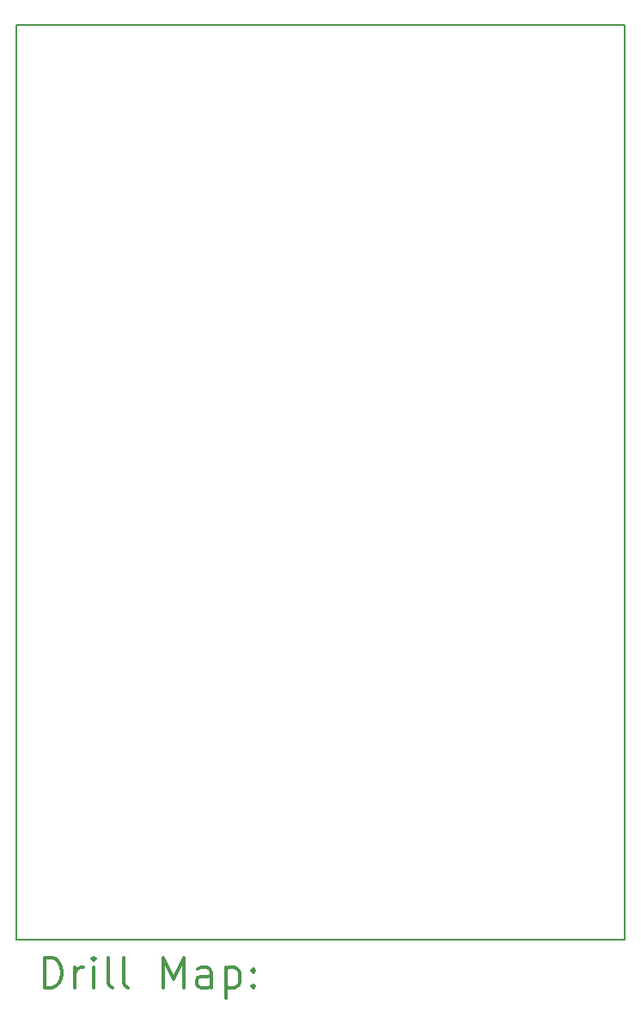
<source format=gbr>
%FSLAX45Y45*%
G04 Gerber Fmt 4.5, Leading zero omitted, Abs format (unit mm)*
G04 Created by KiCad (PCBNEW (5.0.2)-1) date 14/02/2019 14:40:59*
%MOMM*%
%LPD*%
G01*
G04 APERTURE LIST*
%ADD10C,0.150000*%
%ADD11C,0.200000*%
%ADD12C,0.300000*%
G04 APERTURE END LIST*
D10*
X16000000Y-7000000D02*
X10000000Y-7000000D01*
X16000000Y-16000000D02*
X16000000Y-7000000D01*
X10000000Y-16000000D02*
X16000000Y-16000000D01*
X10000000Y-7000000D02*
X10000000Y-16000000D01*
D11*
D12*
X10278928Y-16473214D02*
X10278928Y-16173214D01*
X10350357Y-16173214D01*
X10393214Y-16187500D01*
X10421786Y-16216071D01*
X10436071Y-16244643D01*
X10450357Y-16301786D01*
X10450357Y-16344643D01*
X10436071Y-16401786D01*
X10421786Y-16430357D01*
X10393214Y-16458929D01*
X10350357Y-16473214D01*
X10278928Y-16473214D01*
X10578928Y-16473214D02*
X10578928Y-16273214D01*
X10578928Y-16330357D02*
X10593214Y-16301786D01*
X10607500Y-16287500D01*
X10636071Y-16273214D01*
X10664643Y-16273214D01*
X10764643Y-16473214D02*
X10764643Y-16273214D01*
X10764643Y-16173214D02*
X10750357Y-16187500D01*
X10764643Y-16201786D01*
X10778928Y-16187500D01*
X10764643Y-16173214D01*
X10764643Y-16201786D01*
X10950357Y-16473214D02*
X10921786Y-16458929D01*
X10907500Y-16430357D01*
X10907500Y-16173214D01*
X11107500Y-16473214D02*
X11078928Y-16458929D01*
X11064643Y-16430357D01*
X11064643Y-16173214D01*
X11450357Y-16473214D02*
X11450357Y-16173214D01*
X11550357Y-16387500D01*
X11650357Y-16173214D01*
X11650357Y-16473214D01*
X11921786Y-16473214D02*
X11921786Y-16316071D01*
X11907500Y-16287500D01*
X11878928Y-16273214D01*
X11821786Y-16273214D01*
X11793214Y-16287500D01*
X11921786Y-16458929D02*
X11893214Y-16473214D01*
X11821786Y-16473214D01*
X11793214Y-16458929D01*
X11778928Y-16430357D01*
X11778928Y-16401786D01*
X11793214Y-16373214D01*
X11821786Y-16358929D01*
X11893214Y-16358929D01*
X11921786Y-16344643D01*
X12064643Y-16273214D02*
X12064643Y-16573214D01*
X12064643Y-16287500D02*
X12093214Y-16273214D01*
X12150357Y-16273214D01*
X12178928Y-16287500D01*
X12193214Y-16301786D01*
X12207500Y-16330357D01*
X12207500Y-16416071D01*
X12193214Y-16444643D01*
X12178928Y-16458929D01*
X12150357Y-16473214D01*
X12093214Y-16473214D01*
X12064643Y-16458929D01*
X12336071Y-16444643D02*
X12350357Y-16458929D01*
X12336071Y-16473214D01*
X12321786Y-16458929D01*
X12336071Y-16444643D01*
X12336071Y-16473214D01*
X12336071Y-16287500D02*
X12350357Y-16301786D01*
X12336071Y-16316071D01*
X12321786Y-16301786D01*
X12336071Y-16287500D01*
X12336071Y-16316071D01*
M02*

</source>
